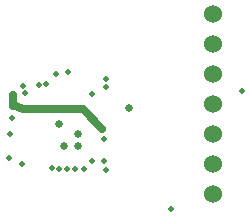
<source format=gbr>
G04 EAGLE Gerber X2 export*
%TF.Part,Single*%
%TF.FileFunction,Copper,L2,Inr,Mixed*%
%TF.FilePolarity,Positive*%
%TF.GenerationSoftware,Autodesk,EAGLE,8.6.3*%
%TF.CreationDate,2018-03-01T00:52:03Z*%
G75*
%MOMM*%
%FSLAX34Y34*%
%LPD*%
%AMOC8*
5,1,8,0,0,1.08239X$1,22.5*%
G01*
%ADD10C,1.524000*%
%ADD11C,0.508000*%
%ADD12C,0.654800*%
%ADD13C,0.711200*%


D10*
X225959Y184637D03*
X225959Y159237D03*
X225959Y133837D03*
X225959Y108437D03*
X225959Y83037D03*
X225959Y57637D03*
X225959Y32237D03*
D11*
X64540Y123876D03*
X92920Y134040D03*
X55630Y96940D03*
X84590Y125970D03*
X135460Y123510D03*
X133490Y78890D03*
X135390Y53145D03*
D12*
X155000Y105000D03*
X95290Y91770D03*
X99278Y73171D03*
X111499Y73034D03*
X111554Y83063D03*
D11*
X53000Y63000D03*
X123342Y60411D03*
X135000Y130000D03*
X102727Y135858D03*
X56310Y116648D03*
X131661Y87446D03*
D13*
X115358Y104175D01*
X64939Y104468D01*
X56310Y107310D02*
X56310Y116648D01*
X56310Y107310D02*
X56000Y107000D01*
X56018Y107701D01*
X64939Y104468D01*
D11*
X95646Y54044D03*
X101742Y54044D03*
X108656Y53617D03*
X54205Y83172D03*
X89530Y54470D03*
X66540Y117780D03*
X64407Y58371D03*
X133810Y60790D03*
X250000Y120000D03*
X123020Y117337D03*
X78494Y125156D03*
X116328Y53427D03*
X190000Y20000D03*
M02*

</source>
